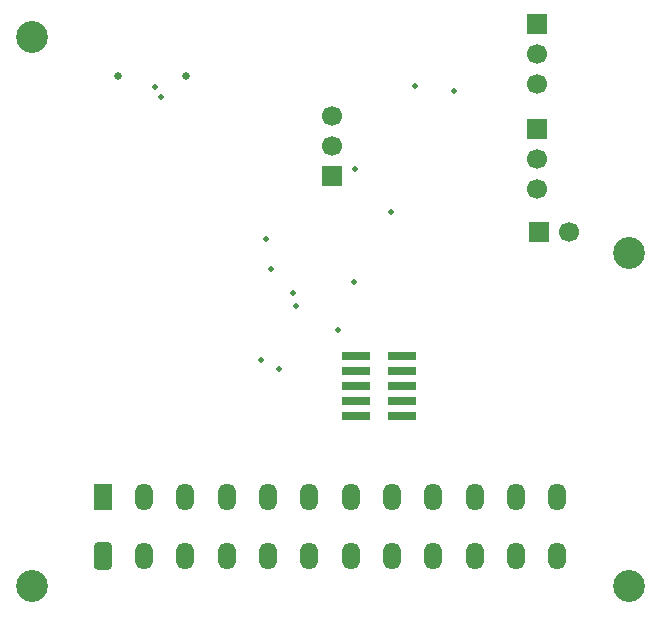
<source format=gbr>
%TF.GenerationSoftware,KiCad,Pcbnew,9.0.1*%
%TF.CreationDate,2025-07-01T00:30:54-05:00*%
%TF.ProjectId,CAN-Sensor-Hub-v1,43414e2d-5365-46e7-936f-722d4875622d,rev?*%
%TF.SameCoordinates,Original*%
%TF.FileFunction,Soldermask,Bot*%
%TF.FilePolarity,Negative*%
%FSLAX46Y46*%
G04 Gerber Fmt 4.6, Leading zero omitted, Abs format (unit mm)*
G04 Created by KiCad (PCBNEW 9.0.1) date 2025-07-01 00:30:54*
%MOMM*%
%LPD*%
G01*
G04 APERTURE LIST*
G04 Aperture macros list*
%AMRoundRect*
0 Rectangle with rounded corners*
0 $1 Rounding radius*
0 $2 $3 $4 $5 $6 $7 $8 $9 X,Y pos of 4 corners*
0 Add a 4 corners polygon primitive as box body*
4,1,4,$2,$3,$4,$5,$6,$7,$8,$9,$2,$3,0*
0 Add four circle primitives for the rounded corners*
1,1,$1+$1,$2,$3*
1,1,$1+$1,$4,$5*
1,1,$1+$1,$6,$7*
1,1,$1+$1,$8,$9*
0 Add four rect primitives between the rounded corners*
20,1,$1+$1,$2,$3,$4,$5,0*
20,1,$1+$1,$4,$5,$6,$7,0*
20,1,$1+$1,$6,$7,$8,$9,0*
20,1,$1+$1,$8,$9,$2,$3,0*%
G04 Aperture macros list end*
%ADD10C,2.700000*%
%ADD11C,0.500400*%
%ADD12C,1.700000*%
%ADD13R,1.700000X1.700000*%
%ADD14C,0.650000*%
%ADD15R,1.500000X2.300000*%
%ADD16RoundRect,0.250001X-0.499999X-0.899999X0.499999X-0.899999X0.499999X0.899999X-0.499999X0.899999X0*%
%ADD17O,1.500000X2.300000*%
%ADD18R,2.400000X0.740000*%
G04 APERTURE END LIST*
D10*
%TO.C,H2*%
X172700000Y-82000000D03*
%TD*%
D11*
%TO.C,QSPI_IO2*%
X141900000Y-80840000D03*
%TD*%
%TO.C,QSPI_NCS*%
X149430000Y-84480000D03*
%TD*%
%TO.C,TP20*%
X149460000Y-74930000D03*
%TD*%
%TO.C,TP19*%
X152490000Y-78560000D03*
%TD*%
%TO.C,TP14*%
X154530000Y-67880000D03*
%TD*%
%TO.C,TP13*%
X157850000Y-68340000D03*
%TD*%
%TO.C,TP12*%
X143010000Y-91880000D03*
%TD*%
%TO.C,TP11*%
X141490000Y-91070000D03*
%TD*%
%TO.C,TP8*%
X132530000Y-67940000D03*
%TD*%
%TO.C,TP7*%
X133040000Y-68810000D03*
%TD*%
%TO.C,TP6*%
X144500000Y-86500000D03*
%TD*%
%TO.C,TP4*%
X142340000Y-83340000D03*
%TD*%
%TO.C,TP3*%
X144190000Y-85450000D03*
%TD*%
%TO.C,TP2*%
X148040000Y-88550000D03*
%TD*%
D12*
%TO.C,J11*%
X147500000Y-70420000D03*
X147500000Y-72960000D03*
D13*
X147500000Y-75500000D03*
%TD*%
%TO.C,J6*%
X165025000Y-80250000D03*
D12*
X167565000Y-80250000D03*
%TD*%
D10*
%TO.C,H4*%
X172675000Y-110250000D03*
%TD*%
%TO.C,H3*%
X122100000Y-110250000D03*
%TD*%
%TO.C,H1*%
X122150000Y-63750000D03*
%TD*%
D14*
%TO.C,J4*%
X129410000Y-67015000D03*
X135190000Y-67015000D03*
%TD*%
D15*
%TO.C,J12*%
X128100000Y-102700000D03*
D16*
X128100000Y-107700000D03*
D17*
X131600000Y-102700000D03*
X131600000Y-107700000D03*
X135100000Y-102700000D03*
X135100000Y-107700000D03*
X138600000Y-102700000D03*
X138600000Y-107700000D03*
X142100000Y-102700000D03*
X142100000Y-107700000D03*
X145600000Y-102700000D03*
X145600000Y-107700000D03*
X149100000Y-102700000D03*
X149100000Y-107700000D03*
X152600000Y-102700000D03*
X152600000Y-107700000D03*
X156100000Y-102700000D03*
X156100000Y-107700000D03*
X159600000Y-102700000D03*
X159600000Y-107700000D03*
X163100000Y-102700000D03*
X163100000Y-107700000D03*
X166600000Y-102700000D03*
X166600000Y-107700000D03*
%TD*%
D18*
%TO.C,J5*%
X153450000Y-90760000D03*
X149550000Y-90760000D03*
X153450000Y-92030000D03*
X149550000Y-92030000D03*
X153450000Y-93300000D03*
X149550000Y-93300000D03*
X153450000Y-94570000D03*
X149550000Y-94570000D03*
X153450000Y-95840000D03*
X149550000Y-95840000D03*
%TD*%
D13*
%TO.C,J10*%
X164915000Y-62660000D03*
D12*
X164915000Y-65200000D03*
X164915000Y-67740000D03*
%TD*%
D13*
%TO.C,J9*%
X164915000Y-71560000D03*
D12*
X164915000Y-74100000D03*
X164915000Y-76640000D03*
%TD*%
M02*

</source>
